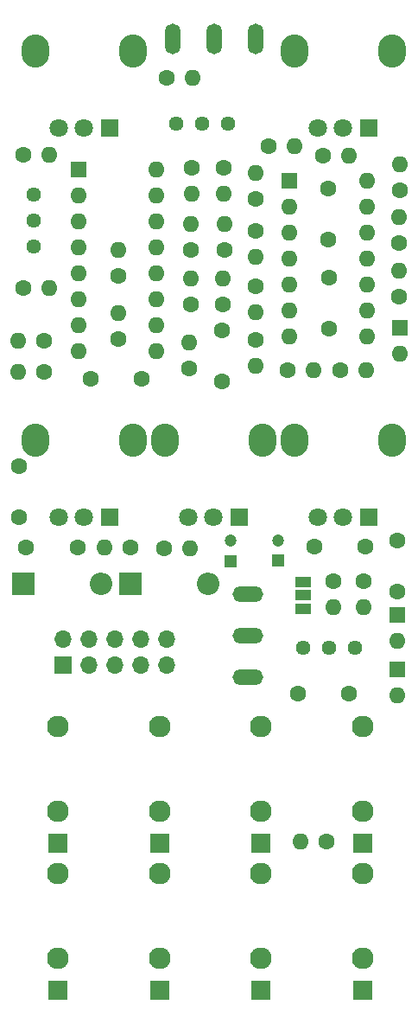
<source format=gts>
G04 #@! TF.GenerationSoftware,KiCad,Pcbnew,7.0.2-0*
G04 #@! TF.CreationDate,2023-10-25T22:44:13+02:00*
G04 #@! TF.ProjectId,3340_vco,33333430-5f76-4636-9f2e-6b696361645f,rev?*
G04 #@! TF.SameCoordinates,Original*
G04 #@! TF.FileFunction,Soldermask,Top*
G04 #@! TF.FilePolarity,Negative*
%FSLAX46Y46*%
G04 Gerber Fmt 4.6, Leading zero omitted, Abs format (unit mm)*
G04 Created by KiCad (PCBNEW 7.0.2-0) date 2023-10-25 22:44:13*
%MOMM*%
%LPD*%
G01*
G04 APERTURE LIST*
%ADD10R,1.600000X1.600000*%
%ADD11O,1.600000X1.600000*%
%ADD12C,1.600000*%
%ADD13R,2.200000X2.200000*%
%ADD14O,2.200000X2.200000*%
%ADD15C,1.440000*%
%ADD16R,1.200000X1.200000*%
%ADD17C,1.200000*%
%ADD18R,1.500000X1.000000*%
%ADD19R,1.700000X1.700000*%
%ADD20O,1.700000X1.700000*%
%ADD21O,2.720000X3.240000*%
%ADD22R,1.800000X1.800000*%
%ADD23C,1.800000*%
%ADD24O,1.500000X3.000000*%
%ADD25O,3.000000X1.500000*%
%ADD26R,1.930000X1.830000*%
%ADD27C,2.130000*%
G04 APERTURE END LIST*
D10*
X230936800Y-43249000D03*
D11*
X230936800Y-45789000D03*
X230936800Y-48329000D03*
X230936800Y-50869000D03*
X230936800Y-53409000D03*
X230936800Y-55949000D03*
X230936800Y-58489000D03*
X238556800Y-58489000D03*
X238556800Y-55949000D03*
X238556800Y-53409000D03*
X238556800Y-50869000D03*
X238556800Y-48329000D03*
X238556800Y-45789000D03*
X238556800Y-43249000D03*
D12*
X235966000Y-61798200D03*
D11*
X238506000Y-61798200D03*
D12*
X218668600Y-79222600D03*
D11*
X221208600Y-79222600D03*
D12*
X224459800Y-42011600D03*
D11*
X224459800Y-44551600D03*
D12*
X227660200Y-45037801D03*
D11*
X227660200Y-42497801D03*
D13*
X215315800Y-82727800D03*
D14*
X222935800Y-82727800D03*
D12*
X221132400Y-61649400D03*
D11*
X221132400Y-59109400D03*
D12*
X221284800Y-55372000D03*
D11*
X221284800Y-52832000D03*
D12*
X224307400Y-62926600D03*
X224307400Y-57926600D03*
X204872799Y-53771799D03*
D11*
X207412799Y-53771799D03*
D10*
X210312000Y-42189400D03*
D11*
X210312000Y-44729400D03*
X210312000Y-47269400D03*
X210312000Y-49809400D03*
X210312000Y-52349400D03*
X210312000Y-54889400D03*
X210312000Y-57429400D03*
X210312000Y-59969400D03*
X217932000Y-59969400D03*
X217932000Y-57429400D03*
X217932000Y-54889400D03*
X217932000Y-52349400D03*
X217932000Y-49809400D03*
X217932000Y-47269400D03*
X217932000Y-44729400D03*
X217932000Y-42189400D03*
D12*
X233364400Y-79095600D03*
X238364400Y-79095600D03*
X238250000Y-82454999D03*
D11*
X238250000Y-84994999D03*
D12*
X227634800Y-58877200D03*
D11*
X227634800Y-61417200D03*
D15*
X232250000Y-89000000D03*
X234790000Y-89000000D03*
X237330000Y-89000000D03*
D12*
X230730000Y-61849000D03*
D11*
X233270000Y-61849000D03*
D12*
X241500000Y-83500000D03*
X241500000Y-78500000D03*
D16*
X225196400Y-80518000D03*
D17*
X225196400Y-78518000D03*
D12*
X204851000Y-40767000D03*
D11*
X207391000Y-40767000D03*
D10*
X241500000Y-85750000D03*
D11*
X241500000Y-88290000D03*
D16*
X229844600Y-80467200D03*
D17*
X229844600Y-78467200D03*
D12*
X221335600Y-42033400D03*
D11*
X221335600Y-44573400D03*
D12*
X216469600Y-62636400D03*
X211469600Y-62636400D03*
X234545000Y-108000000D03*
D11*
X232005000Y-108000000D03*
D12*
X241681000Y-54639001D03*
D11*
X241681000Y-52099001D03*
D12*
X215344800Y-79146400D03*
D11*
X212804800Y-79146400D03*
D12*
X235250000Y-82500000D03*
D11*
X235250000Y-85040000D03*
D12*
X241731800Y-44225000D03*
D11*
X241731800Y-41685000D03*
D15*
X205867000Y-44653200D03*
X205867000Y-47193200D03*
X205867000Y-49733200D03*
D10*
X241500000Y-91074314D03*
D11*
X241500000Y-93614314D03*
D10*
X241750000Y-57710000D03*
D11*
X241750000Y-60250000D03*
D12*
X227634800Y-53612200D03*
D11*
X227634800Y-56152200D03*
D12*
X205145000Y-79171800D03*
X210145000Y-79171800D03*
D18*
X232257600Y-82570800D03*
X232257600Y-83870800D03*
X232257600Y-85170800D03*
D19*
X208762600Y-90728800D03*
D20*
X208762600Y-88188800D03*
X211302600Y-90728800D03*
X211302600Y-88188800D03*
X213842600Y-90728800D03*
X213842600Y-88188800D03*
X216382600Y-90728800D03*
X216382600Y-88188800D03*
X218922600Y-90728800D03*
X218922600Y-88188800D03*
D12*
X227609400Y-48227400D03*
D11*
X227609400Y-50767400D03*
D12*
X236750000Y-93500000D03*
X231750000Y-93500000D03*
D13*
X204876400Y-82727800D03*
D14*
X212496400Y-82727800D03*
D12*
X224561400Y-50041601D03*
D11*
X224561400Y-47501601D03*
D12*
X206883000Y-58902600D03*
D11*
X204343000Y-58902600D03*
D12*
X221310200Y-50067000D03*
D11*
X221310200Y-47527000D03*
D12*
X228926600Y-39903400D03*
D11*
X231466600Y-39903400D03*
D12*
X204393800Y-76236200D03*
X204393800Y-71236200D03*
X241681000Y-49403000D03*
D11*
X241681000Y-46863000D03*
D15*
X219801600Y-37668200D03*
X222341600Y-37668200D03*
X224881600Y-37668200D03*
D12*
X206912000Y-62001400D03*
D11*
X204372000Y-62001400D03*
D12*
X224434400Y-55372000D03*
D11*
X224434400Y-52832000D03*
D12*
X218919000Y-33172400D03*
D11*
X221459000Y-33172400D03*
D21*
X206020000Y-68700000D03*
X215620000Y-68700000D03*
D22*
X213320000Y-76200000D03*
D23*
X210820000Y-76200000D03*
X208320000Y-76200000D03*
D24*
X227591700Y-29433700D03*
X223527700Y-29433700D03*
X219514500Y-29433700D03*
D12*
X214198200Y-58804601D03*
D11*
X214198200Y-56264601D03*
D21*
X206020000Y-30607000D03*
X215620000Y-30607000D03*
D22*
X213320000Y-38107000D03*
D23*
X210820000Y-38107000D03*
X208320000Y-38107000D03*
D25*
X226877700Y-91854100D03*
X226877700Y-87790100D03*
X226877700Y-83776900D03*
D26*
X218236800Y-108123200D03*
D27*
X218236800Y-96723200D03*
X218236800Y-105023200D03*
D21*
X218720000Y-68700000D03*
X228320000Y-68700000D03*
D22*
X226020000Y-76200000D03*
D23*
X223520000Y-76200000D03*
X221020000Y-76200000D03*
D26*
X238150400Y-108123200D03*
D27*
X238150400Y-96723200D03*
X238150400Y-105023200D03*
D12*
X234238800Y-40792400D03*
D11*
X236778800Y-40792400D03*
D12*
X234797600Y-57763200D03*
X234797600Y-52763200D03*
D26*
X208229200Y-122525000D03*
D27*
X208229200Y-111125000D03*
X208229200Y-119425000D03*
D21*
X231420000Y-68700000D03*
X241020000Y-68700000D03*
D22*
X238720000Y-76200000D03*
D23*
X236220000Y-76200000D03*
X233720000Y-76200000D03*
D12*
X214198200Y-52628800D03*
D11*
X214198200Y-50088800D03*
D21*
X231420000Y-30607000D03*
X241020000Y-30607000D03*
D22*
X238720000Y-38107000D03*
D23*
X236220000Y-38107000D03*
X233720000Y-38107000D03*
D26*
X238150400Y-122525000D03*
D27*
X238150400Y-111125000D03*
X238150400Y-119425000D03*
D26*
X228142800Y-108123200D03*
D27*
X228142800Y-96723200D03*
X228142800Y-105023200D03*
D12*
X234746800Y-49032800D03*
X234746800Y-44032800D03*
D26*
X228142800Y-122525000D03*
D27*
X228142800Y-111125000D03*
X228142800Y-119425000D03*
D26*
X208229200Y-108123200D03*
D27*
X208229200Y-96723200D03*
X208229200Y-105023200D03*
D26*
X218236800Y-122525000D03*
D27*
X218236800Y-111125000D03*
X218236800Y-119425000D03*
M02*

</source>
